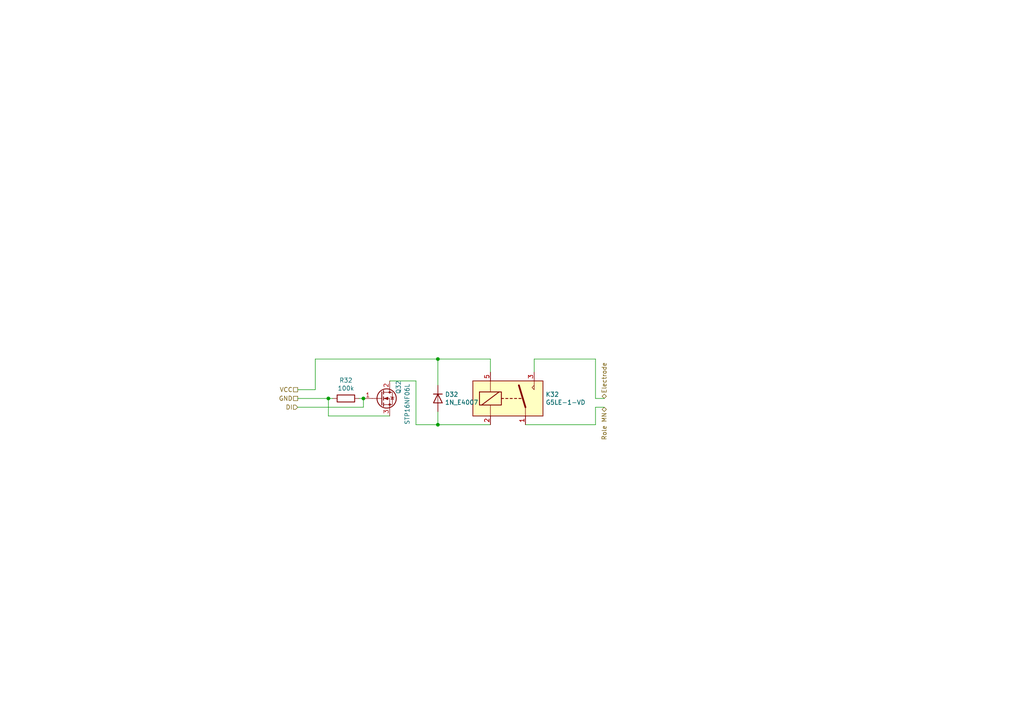
<source format=kicad_sch>
(kicad_sch (version 20211123) (generator eeschema)
  (paper "A4")
  (lib_symbols
    (symbol "Device:R" (pin_numbers hide) (pin_names (offset 0))
      (property "Reference" "R" (at 2.032 0 90))
      (property "Value" "R" (at 0 0 90))
      (symbol "R_0_1"
        (rectangle (start -1.016 -2.54) (end 1.016 2.54) (stroke (width 0.254)))
      )
      (symbol "R_1_1"
        (pin passive line (at 0 3.81 270) (length 1.27) (name "~") (number "1"))
        (pin passive line (at 0 -3.81 90) (length 1.27) (name "~") (number "2"))
      )
    )
    (symbol "Diode:1N4007" (pin_numbers hide) (pin_names (offset 1.016) hide)
      (property "Reference" "D" (at 0 2.54 0))
      (property "Value" "1N4007" (at 0 -2.54 0))
      (symbol "1N4007_0_1"
        (polyline (pts (xy -1.27 1.27) (xy -1.27 -1.27)) (stroke (width 0.254)))
        (polyline (pts (xy 1.27 0) (xy -1.27 0)))
        (polyline (pts (xy 1.27 1.27) (xy 1.27 -1.27) (xy -1.27 0) (xy 1.27 1.27)) (stroke (width 0.254)))
      )
      (symbol "1N4007_1_1"
        (pin passive line (at -3.81 0 0) (length 2.54) (name "K") (number "1"))
        (pin passive line (at 3.81 0 180) (length 2.54) (name "A") (number "2"))
      )
    )
    (symbol "relay_card_single:G5LE-1-VD"
      (property "Reference" "K14" (at 10.922 1.1684 0))
      (property "Value" "G5LE-1-VD" (at 10.922 -1.143 0))
      (symbol "G5LE-1-VD_0_0"
        (polyline (pts (xy 7.62 5.08) (xy 7.62 2.54) (xy 6.985 3.175) (xy 7.62 3.81)))
      )
      (symbol "G5LE-1-VD_0_1"
        (rectangle (start -10.16 5.08) (end 10.16 -5.08) (stroke (width 0.254)) (fill (type background)))
        (rectangle (start -8.255 1.905) (end -1.905 -1.905) (stroke (width 0.254)))
        (polyline (pts (xy -7.62 -1.905) (xy -2.54 1.905)) (stroke (width 0.254)))
        (polyline (pts (xy -5.08 -5.08) (xy -5.08 -1.905)))
        (polyline (pts (xy -5.08 5.08) (xy -5.08 1.905)))
        (polyline (pts (xy -1.905 0) (xy -1.27 0)) (stroke (width 0.254)))
        (polyline (pts (xy -0.635 0) (xy 0 0)) (stroke (width 0.254)))
        (polyline (pts (xy 0.635 0) (xy 1.27 0)) (stroke (width 0.254)))
        (polyline (pts (xy 1.905 0) (xy 2.54 0)) (stroke (width 0.254)))
        (polyline (pts (xy 3.175 0) (xy 3.81 0)) (stroke (width 0.254)))
        (polyline (pts (xy 5.08 -2.54) (xy 3.175 3.81)) (stroke (width 0.508)))
        (polyline (pts (xy 5.08 -2.54) (xy 5.08 -5.08)))
      )
      (symbol "G5LE-1-VD_1_1"
        (pin passive line (at 5.08 -7.62 90) (length 2.54) (name "~") (number "1"))
        (pin passive line (at -5.08 -7.62 90) (length 2.54) (name "~") (number "2"))
        (pin passive line (at 7.62 7.62 270) (length 2.54) (name "~") (number "3"))
        (pin passive line (at -5.08 7.62 270) (length 2.54) (name "~") (number "5"))
      )
    )
    (symbol "relay_card_single:STP16NF06L" (pin_names hide)
      (property "Reference" "Q14" (at 5.08 1.27 90))
      (property "Value" "STP16NF06L" (at 7.62 -7.62 90))
      (symbol "STP16NF06L_0_1"
        (polyline (pts (xy 0.254 0) (xy -2.54 0)))
        (polyline (pts (xy 0.254 1.905) (xy 0.254 -1.905)) (stroke (width 0.254)))
        (polyline (pts (xy 0.762 -1.27) (xy 0.762 -2.286)) (stroke (width 0.254)))
        (polyline (pts (xy 0.762 0.508) (xy 0.762 -0.508)) (stroke (width 0.254)))
        (polyline (pts (xy 0.762 2.286) (xy 0.762 1.27)) (stroke (width 0.254)))
        (polyline (pts (xy 2.54 2.54) (xy 2.54 1.778)))
        (polyline (pts (xy 2.54 -2.54) (xy 2.54 0) (xy 0.762 0)))
        (polyline (pts (xy 0.762 -1.778) (xy 3.302 -1.778) (xy 3.302 1.778) (xy 0.762 1.778)))
        (polyline (pts (xy 1.016 0) (xy 2.032 0.381) (xy 2.032 -0.381) (xy 1.016 0)) (fill (type outline)))
        (polyline (pts (xy 2.794 0.508) (xy 2.921 0.381) (xy 3.683 0.381) (xy 3.81 0.254)))
        (polyline (pts (xy 3.302 0.381) (xy 2.921 -0.254) (xy 3.683 -0.254) (xy 3.302 0.381)))
        (circle (center 1.651 0) (radius 2.794) (stroke (width 0.254)))
        (circle (center 2.54 -1.778) (radius 0.254) (fill (type outline)))
        (circle (center 2.54 1.778) (radius 0.254) (fill (type outline)))
      )
      (symbol "STP16NF06L_1_1"
        (pin input line (at -5.08 0 0) (length 2.54) (name "G") (number "1"))
        (pin passive line (at 2.54 5.08 270) (length 2.54) (name "D") (number "2"))
        (pin passive line (at 2.54 -5.08 90) (length 2.54) (name "S") (number "3"))
      )
    )
  )
  (junction (at 127 123.19))
  (junction (at 127 104.14))
  (junction (at 105.41 115.57))
  (junction (at 95.25 115.57))
  (wire (pts (xy 142.24 104.14) (xy 142.24 107.95)))
  (wire (pts (xy 127 104.14) (xy 91.44 104.14)))
  (wire (pts (xy 127 123.19) (xy 127 119.38)))
  (wire (pts (xy 86.36 118.11) (xy 105.41 118.11)))
  (wire (pts (xy 127 104.14) (xy 142.24 104.14)))
  (wire (pts (xy 172.72 123.19) (xy 152.4 123.19)))
  (wire (pts (xy 120.65 110.49) (xy 120.65 123.19)))
  (wire (pts (xy 154.94 104.14) (xy 172.72 104.14)))
  (wire (pts (xy 86.36 115.57) (xy 95.25 115.57)))
  (wire (pts (xy 154.94 107.95) (xy 154.94 104.14)))
  (wire (pts (xy 172.72 118.11) (xy 175.26 118.11)))
  (wire (pts (xy 91.44 113.03) (xy 86.36 113.03)))
  (wire (pts (xy 95.25 115.57) (xy 96.52 115.57)))
  (wire (pts (xy 113.03 110.49) (xy 120.65 110.49)))
  (wire (pts (xy 172.72 115.57) (xy 175.26 115.57)))
  (wire (pts (xy 172.72 104.14) (xy 172.72 115.57)))
  (wire (pts (xy 91.44 104.14) (xy 91.44 113.03)))
  (wire (pts (xy 172.72 118.11) (xy 172.72 123.19)))
  (wire (pts (xy 113.03 120.65) (xy 95.25 120.65)))
  (wire (pts (xy 95.25 115.57) (xy 95.25 120.65)))
  (wire (pts (xy 105.41 115.57) (xy 105.41 118.11)))
  (wire (pts (xy 127 123.19) (xy 142.24 123.19)))
  (wire (pts (xy 120.65 123.19) (xy 127 123.19)))
  (wire (pts (xy 127 104.14) (xy 127 111.76)))
  (wire (pts (xy 104.14 115.57) (xy 105.41 115.57)))
  (hierarchical_label "Role MN" (shape bidirectional) (at 175.26 118.11 270))
  (hierarchical_label "DI" (shape input) (at 86.36 118.11 180))
  (hierarchical_label "Electrode" (shape bidirectional) (at 175.26 115.57 90))
  (hierarchical_label "VCC" (shape passive) (at 86.36 113.03 180))
  (hierarchical_label "GND" (shape passive) (at 86.36 115.57 180))
  (symbol (lib_id "relay_card_single:STP16NF06L") (at 110.49 115.57 0)
    (property "Reference" "Q32" (at 115.57 114.3 90) (effects (justify left)))
    (property "Value" "STP16NF06L" (at 118.11 123.19 90) (effects (justify left)))
    (property "Footprint" "Package_TO_SOT_THT:TO-220-3_Vertical" (effects hide))
    (property "Datasheet" "https://media.digikey.com/pdf/Data%20Sheets/Fairchild%20PDFs/BUZ11.pdf" (effects hide))
  )
  (symbol (lib_id "relay_card_single:G5LE-1-VD") (at 147.32 115.57 0)
    (property "Reference" "K32" (at 158.242 114.4016 0) (effects (justify left)))
    (property "Value" "G5LE-1-VD" (at 158.242 116.713 0) (effects (justify left)))
    (property "Footprint" "KIGFA:Relay_SPDT_Omron-G5LE-1-VD" (effects hide))
    (property "Datasheet" "http://www.omron.com/ecb/products/pdf/en-g5le.pdf" (effects hide))
    (property "ref.Farnell" "2076257" (effects hide))
  )
  (symbol (lib_id "Device:R") (at 100.33 115.57 270)
    (property "Reference" "R32" (at 100.33 110.3122 90))
    (property "Value" "100k" (at 100.33 112.6236 90))
    (property "Footprint" "Resistor_THT:R_Axial_DIN0207_L6.3mm_D2.5mm_P15.24mm_Horizontal" (effects hide))
  )
  (symbol (lib_id "Diode:1N4007") (at 127 115.57 270)
    (property "Reference" "D32" (at 129.032 114.4016 90) (effects (justify left)))
    (property "Value" "1N_E4007" (at 129.032 116.713 90) (effects (justify left)))
    (property "Footprint" "Diode_THT:D_DO-41_SOD81_P10.16mm_Horizontal" (effects hide))
    (property "Datasheet" "http://www.vishay.com/docs/88503/1n4001.pdf" (effects hide))
  )
)
</source>
